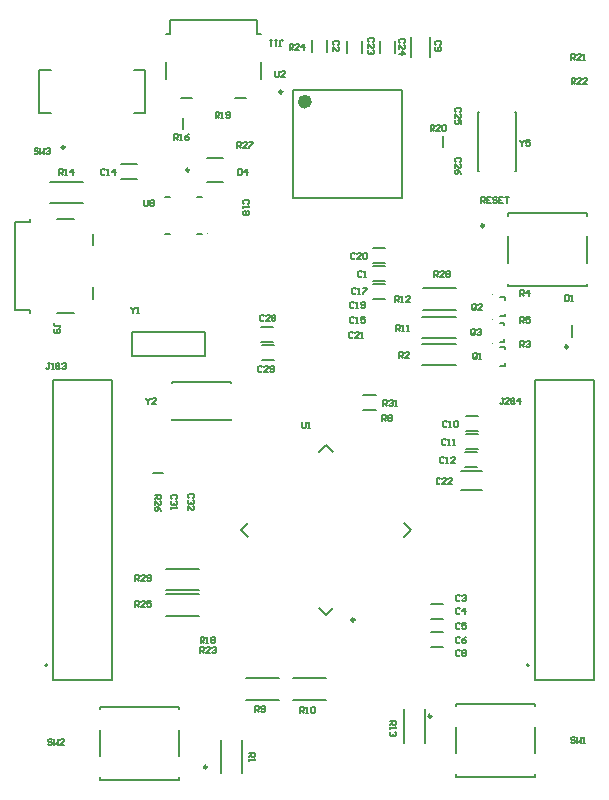
<source format=gto>
G04*
G04 #@! TF.GenerationSoftware,Altium Limited,Altium Designer,24.1.2 (44)*
G04*
G04 Layer_Color=65535*
%FSLAX25Y25*%
%MOIN*%
G70*
G04*
G04 #@! TF.SameCoordinates,0CAF675C-D5BD-4F57-B94F-0EABEFC4C8CF*
G04*
G04*
G04 #@! TF.FilePolarity,Positive*
G04*
G01*
G75*
%ADD10C,0.00984*%
%ADD11C,0.00394*%
%ADD12C,0.02362*%
%ADD13C,0.00787*%
%ADD14C,0.00500*%
%ADD15C,0.00591*%
D10*
X109540Y58573D02*
G03*
X109540Y58573I-492J0D01*
G01*
X85492Y234594D02*
G03*
X85492Y234594I-492J0D01*
G01*
X12901Y216071D02*
G03*
X12901Y216071I-492J0D01*
G01*
X60343Y9528D02*
G03*
X60343Y9528I-492J0D01*
G01*
X135142Y26472D02*
G03*
X135142Y26472I-492J0D01*
G01*
X152642Y189972D02*
G03*
X152642Y189972I-492J0D01*
G01*
X54437Y208500D02*
G03*
X54437Y208500I-492J0D01*
G01*
X180677Y149610D02*
G03*
X180677Y149610I-492J0D01*
G01*
D11*
X60472Y187299D02*
G03*
X60472Y187299I-197J0D01*
G01*
X155600Y158744D02*
G03*
X155600Y158744I-197J0D01*
G01*
X155699Y167213D02*
G03*
X155699Y167213I-197J0D01*
G01*
Y150713D02*
G03*
X155699Y150713I-197J0D01*
G01*
D12*
X94153Y231346D02*
G03*
X94153Y231346I-1181J0D01*
G01*
D13*
X167689Y43500D02*
G03*
X167689Y43500I-394J0D01*
G01*
X7189D02*
G03*
X7189Y43500I-394J0D01*
G01*
X97703Y62401D02*
X100000Y60104D01*
X71604Y88500D02*
X73901Y86203D01*
X97703Y114599D02*
X100000Y116896D01*
X71604Y88500D02*
X73901Y90797D01*
X126099D02*
X128396Y88500D01*
X100000Y116896D02*
X102297Y114599D01*
X126099Y86203D02*
X128396Y88500D01*
X100000Y60104D02*
X102297Y62401D01*
X100500Y248032D02*
Y251969D01*
X95500Y248032D02*
Y251969D01*
X35295Y146563D02*
Y154437D01*
Y146563D02*
X59705D01*
Y154437D01*
X35295D02*
X59705D01*
X57028Y187299D02*
X58701D01*
X46299D02*
X47972D01*
X57028Y199701D02*
X58701D01*
X46299D02*
X47972D01*
X89035Y199063D02*
Y235283D01*
X125256Y199063D02*
Y235283D01*
X89035D02*
X125256D01*
X89035Y199063D02*
X125256D01*
X4441Y241760D02*
X8378D01*
X4441Y227587D02*
Y241760D01*
Y227587D02*
X8378D01*
X35937Y241760D02*
X39874D01*
X35937Y227587D02*
X39874D01*
Y241760D01*
X24811Y5295D02*
X51189D01*
X24811Y28819D02*
Y29705D01*
Y13071D02*
Y21929D01*
Y5295D02*
Y6181D01*
Y29705D02*
X51189D01*
Y28819D02*
Y29705D01*
Y13071D02*
Y21929D01*
Y5295D02*
Y6181D01*
X143311Y30705D02*
X169689D01*
Y6295D02*
Y7181D01*
Y14071D02*
Y22929D01*
Y29819D02*
Y30705D01*
X143311Y6295D02*
X169689D01*
X143311D02*
Y7181D01*
Y14071D02*
Y22929D01*
Y29819D02*
Y30705D01*
X160811Y193319D02*
Y194205D01*
Y177571D02*
Y186429D01*
Y169795D02*
Y170681D01*
Y169795D02*
X187189D01*
Y193319D02*
Y194205D01*
Y177571D02*
Y186429D01*
Y169795D02*
Y170681D01*
X160811Y194205D02*
X187189D01*
X112415Y128441D02*
X116549D01*
X112415Y133559D02*
X116549D01*
X46708Y68433D02*
X57780D01*
X46708Y75567D02*
X57780D01*
X42228Y107500D02*
X45772D01*
X46708Y59933D02*
X57780D01*
X46708Y67067D02*
X57780D01*
X139146Y216228D02*
Y219772D01*
X52354Y222228D02*
Y225772D01*
X7964Y204567D02*
X19036D01*
X7964Y197433D02*
X19036D01*
X133067Y17708D02*
Y28780D01*
X125933Y17708D02*
Y28780D01*
X132209Y169067D02*
X143280D01*
X132209Y161933D02*
X143280D01*
X132208Y159567D02*
X143280D01*
X132208Y152433D02*
X143280D01*
X88964Y39067D02*
X100036D01*
X88964Y31933D02*
X100036D01*
X73209D02*
X84280D01*
X73209Y39067D02*
X84280D01*
X132208Y150567D02*
X143280D01*
X132208Y143433D02*
X143280D01*
X64933Y7464D02*
Y18536D01*
X72067Y7464D02*
Y18536D01*
X159526Y151350D02*
Y152224D01*
Y156776D02*
Y157650D01*
X157901Y151350D02*
X159526D01*
X157901Y157650D02*
X159526D01*
X159624Y159819D02*
Y160693D01*
Y165244D02*
Y166118D01*
X158000Y159819D02*
X159624D01*
X158000Y166118D02*
X159624D01*
Y143319D02*
Y144193D01*
Y148744D02*
Y149618D01*
X158000Y143319D02*
X159624D01*
X158000Y149618D02*
X159624D01*
X60244Y212437D02*
X65756D01*
X60244Y204563D02*
X65756D01*
X182154Y152846D02*
Y156808D01*
X78606Y145075D02*
X82543D01*
X78606Y150075D02*
X82543D01*
X78531Y151075D02*
X82468D01*
X78531Y156075D02*
X82468D01*
X118000Y247532D02*
Y251469D01*
X123000Y247532D02*
Y251469D01*
X107000Y247532D02*
Y251469D01*
X112000Y247532D02*
Y251469D01*
X145055Y101752D02*
X151945D01*
X145055Y108248D02*
X151945D01*
X115606Y182417D02*
X119543D01*
X115606Y177417D02*
X119543D01*
X115606Y170417D02*
X119543D01*
X115606Y165417D02*
X119543D01*
X31862Y210500D02*
X37138D01*
X31862Y205500D02*
X37138D01*
X146531Y109500D02*
X150468D01*
X146531Y114500D02*
X150468D01*
X146606Y115500D02*
X150543D01*
X146606Y120500D02*
X150543D01*
X146606Y121500D02*
X150543D01*
X146606Y126500D02*
X150543D01*
X128252Y246055D02*
Y252945D01*
X134748Y246055D02*
Y252945D01*
X135032Y54500D02*
X138969D01*
X135032Y49500D02*
X138969D01*
X134957Y59000D02*
X138894D01*
X134957Y64000D02*
X138894D01*
X115606Y176417D02*
X119543D01*
X115606Y171417D02*
X119543D01*
D14*
X163299Y208157D02*
Y227843D01*
X150701Y208157D02*
Y227843D01*
X162984Y208157D02*
X163299D01*
X150701D02*
X151016D01*
X162984Y227843D02*
X163299D01*
X150701D02*
X151016D01*
X48784Y125201D02*
Y125516D01*
Y137484D02*
Y137799D01*
X68469Y125201D02*
Y125516D01*
Y137484D02*
Y137799D01*
X48784Y125201D02*
X68469D01*
X48784Y137799D02*
X68469D01*
X169657Y38500D02*
X189343D01*
X169657D02*
Y138500D01*
X189343D01*
Y38500D02*
Y138500D01*
X28843Y38500D02*
Y138500D01*
X9157D02*
X28843D01*
X9157Y38500D02*
Y138500D01*
Y38500D02*
X28843D01*
D15*
X77067Y253768D02*
X78248D01*
X77067D02*
Y258492D01*
X47933D02*
X77067D01*
X47933Y253768D02*
Y258492D01*
X46752Y253768D02*
X47933D01*
X78248Y238807D02*
Y244516D01*
X46752Y238807D02*
Y244516D01*
X69587Y232508D02*
X73327D01*
X51673D02*
X55413D01*
X22492Y165673D02*
Y169413D01*
Y183587D02*
Y187327D01*
X10484Y160752D02*
X16193D01*
X10484Y192248D02*
X16193D01*
X1232Y160752D02*
Y161933D01*
X-3492D02*
X1232D01*
X-3492D02*
Y191067D01*
X1232D01*
Y192248D01*
X92188Y124484D02*
Y122844D01*
X92516Y122516D01*
X93172D01*
X93500Y122844D01*
Y124484D01*
X94156Y122516D02*
X94812D01*
X94484D01*
Y124484D01*
X94156Y124156D01*
X181704Y245170D02*
Y247137D01*
X182688D01*
X183016Y246810D01*
Y246154D01*
X182688Y245826D01*
X181704D01*
X182360D02*
X183016Y245170D01*
X184984D02*
X183672D01*
X184984Y246482D01*
Y246810D01*
X184656Y247137D01*
X184000D01*
X183672Y246810D01*
X185640Y245170D02*
X186296D01*
X185968D01*
Y247137D01*
X185640Y246810D01*
X181876Y237363D02*
Y239330D01*
X182860D01*
X183188Y239002D01*
Y238346D01*
X182860Y238018D01*
X181876D01*
X182532D02*
X183188Y237363D01*
X185156D02*
X183844D01*
X185156Y238674D01*
Y239002D01*
X184828Y239330D01*
X184172D01*
X183844Y239002D01*
X187124Y237363D02*
X185812D01*
X187124Y238674D01*
Y239002D01*
X186796Y239330D01*
X186140D01*
X185812Y239002D01*
X87876Y248516D02*
Y250484D01*
X88860D01*
X89188Y250156D01*
Y249500D01*
X88860Y249172D01*
X87876D01*
X88532D02*
X89188Y248516D01*
X91156D02*
X89844D01*
X91156Y249828D01*
Y250156D01*
X90828Y250484D01*
X90172D01*
X89844Y250156D01*
X92796Y248516D02*
Y250484D01*
X91812Y249500D01*
X93124D01*
X104156Y250328D02*
X104484Y250656D01*
Y251312D01*
X104156Y251640D01*
X102844D01*
X102516Y251312D01*
Y250656D01*
X102844Y250328D01*
X102516Y248360D02*
Y249672D01*
X103828Y248360D01*
X104156D01*
X104484Y248688D01*
Y249344D01*
X104156Y249672D01*
X164860Y218484D02*
Y218156D01*
X165516Y217500D01*
X166172Y218156D01*
Y218484D01*
X165516Y217500D02*
Y216516D01*
X168140Y218484D02*
X166828D01*
Y217500D01*
X167484Y217828D01*
X167812D01*
X168140Y217500D01*
Y216844D01*
X167812Y216516D01*
X167156D01*
X166828Y216844D01*
X40112Y132484D02*
Y132156D01*
X40768Y131500D01*
X41424Y132156D01*
Y132484D01*
X40768Y131500D02*
Y130516D01*
X43392D02*
X42080D01*
X43392Y131828D01*
Y132156D01*
X43064Y132484D01*
X42408D01*
X42080Y132156D01*
X35100Y162768D02*
Y162440D01*
X35756Y161784D01*
X36412Y162440D01*
Y162768D01*
X35756Y161784D02*
Y160800D01*
X37068D02*
X37724D01*
X37396D01*
Y162768D01*
X37068Y162440D01*
X39360Y198484D02*
Y196844D01*
X39688Y196516D01*
X40344D01*
X40672Y196844D01*
Y198484D01*
X41328Y198156D02*
X41656Y198484D01*
X42312D01*
X42640Y198156D01*
Y197828D01*
X42312Y197500D01*
X42640Y197172D01*
Y196844D01*
X42312Y196516D01*
X41656D01*
X41328Y196844D01*
Y197172D01*
X41656Y197500D01*
X41328Y197828D01*
Y198156D01*
X41656Y197500D02*
X42312D01*
X83151Y241515D02*
Y239876D01*
X83479Y239547D01*
X84135D01*
X84463Y239876D01*
Y241515D01*
X86431Y239547D02*
X85119D01*
X86431Y240859D01*
Y241187D01*
X86103Y241515D01*
X85447D01*
X85119Y241187D01*
X4188Y215656D02*
X3860Y215984D01*
X3204D01*
X2876Y215656D01*
Y215328D01*
X3204Y215000D01*
X3860D01*
X4188Y214672D01*
Y214344D01*
X3860Y214016D01*
X3204D01*
X2876Y214344D01*
X4844Y215984D02*
Y214016D01*
X5500Y214672D01*
X6156Y214016D01*
Y215984D01*
X6812Y215656D02*
X7140Y215984D01*
X7796D01*
X8124Y215656D01*
Y215328D01*
X7796Y215000D01*
X7468D01*
X7796D01*
X8124Y214672D01*
Y214344D01*
X7796Y214016D01*
X7140D01*
X6812Y214344D01*
X8688Y18656D02*
X8360Y18984D01*
X7704D01*
X7376Y18656D01*
Y18328D01*
X7704Y18000D01*
X8360D01*
X8688Y17672D01*
Y17344D01*
X8360Y17016D01*
X7704D01*
X7376Y17344D01*
X9344Y18984D02*
Y17016D01*
X10000Y17672D01*
X10656Y17016D01*
Y18984D01*
X12624Y17016D02*
X11312D01*
X12624Y18328D01*
Y18656D01*
X12296Y18984D01*
X11640D01*
X11312Y18656D01*
X183016Y19156D02*
X182688Y19484D01*
X182032D01*
X181704Y19156D01*
Y18828D01*
X182032Y18500D01*
X182688D01*
X183016Y18172D01*
Y17844D01*
X182688Y17516D01*
X182032D01*
X181704Y17844D01*
X183672Y19484D02*
Y17516D01*
X184328Y18172D01*
X184984Y17516D01*
Y19484D01*
X185640Y17516D02*
X186296D01*
X185968D01*
Y19484D01*
X185640Y19156D01*
X151800Y197600D02*
Y199568D01*
X152784D01*
X153112Y199240D01*
Y198584D01*
X152784Y198256D01*
X151800D01*
X152456D02*
X153112Y197600D01*
X155080Y199568D02*
X153768D01*
Y197600D01*
X155080D01*
X153768Y198584D02*
X154424D01*
X157048Y199240D02*
X156720Y199568D01*
X156064D01*
X155736Y199240D01*
Y198912D01*
X156064Y198584D01*
X156720D01*
X157048Y198256D01*
Y197928D01*
X156720Y197600D01*
X156064D01*
X155736Y197928D01*
X159016Y199568D02*
X157704D01*
Y197600D01*
X159016D01*
X157704Y198584D02*
X158360D01*
X159671Y199568D02*
X160983D01*
X160327D01*
Y197600D01*
X119204Y130016D02*
Y131984D01*
X120188D01*
X120516Y131656D01*
Y131000D01*
X120188Y130672D01*
X119204D01*
X119860D02*
X120516Y130016D01*
X121172Y131656D02*
X121500Y131984D01*
X122156D01*
X122484Y131656D01*
Y131328D01*
X122156Y131000D01*
X121828D01*
X122156D01*
X122484Y130672D01*
Y130344D01*
X122156Y130016D01*
X121500D01*
X121172Y130344D01*
X123140Y130016D02*
X123796D01*
X123468D01*
Y131984D01*
X123140Y131656D01*
X36376Y71516D02*
Y73484D01*
X37360D01*
X37688Y73156D01*
Y72500D01*
X37360Y72172D01*
X36376D01*
X37032D02*
X37688Y71516D01*
X39656D02*
X38344D01*
X39656Y72828D01*
Y73156D01*
X39328Y73484D01*
X38672D01*
X38344Y73156D01*
X40312Y71844D02*
X40640Y71516D01*
X41296D01*
X41624Y71844D01*
Y73156D01*
X41296Y73484D01*
X40640D01*
X40312Y73156D01*
Y72828D01*
X40640Y72500D01*
X41624D01*
X136203Y173016D02*
Y174984D01*
X137187D01*
X137515Y174656D01*
Y174000D01*
X137187Y173672D01*
X136203D01*
X136859D02*
X137515Y173016D01*
X139483D02*
X138171D01*
X139483Y174328D01*
Y174656D01*
X139155Y174984D01*
X138499D01*
X138171Y174656D01*
X140139D02*
X140467Y174984D01*
X141123D01*
X141451Y174656D01*
Y174328D01*
X141123Y174000D01*
X141451Y173672D01*
Y173344D01*
X141123Y173016D01*
X140467D01*
X140139Y173344D01*
Y173672D01*
X140467Y174000D01*
X140139Y174328D01*
Y174656D01*
X140467Y174000D02*
X141123D01*
X70376Y216016D02*
Y217984D01*
X71360D01*
X71688Y217656D01*
Y217000D01*
X71360Y216672D01*
X70376D01*
X71032D02*
X71688Y216016D01*
X73656D02*
X72344D01*
X73656Y217328D01*
Y217656D01*
X73328Y217984D01*
X72672D01*
X72344Y217656D01*
X74312Y217984D02*
X75624D01*
Y217656D01*
X74312Y216344D01*
Y216016D01*
X43016Y100124D02*
X44984D01*
Y99140D01*
X44656Y98812D01*
X44000D01*
X43672Y99140D01*
Y100124D01*
Y99468D02*
X43016Y98812D01*
Y96844D02*
Y98156D01*
X44328Y96844D01*
X44656D01*
X44984Y97172D01*
Y97828D01*
X44656Y98156D01*
X44984Y94876D02*
X44656Y95532D01*
X44000Y96188D01*
X43344D01*
X43016Y95860D01*
Y95204D01*
X43344Y94876D01*
X43672D01*
X44000Y95204D01*
Y96188D01*
X36376Y63016D02*
Y64984D01*
X37360D01*
X37688Y64656D01*
Y64000D01*
X37360Y63672D01*
X36376D01*
X37032D02*
X37688Y63016D01*
X39656D02*
X38344D01*
X39656Y64328D01*
Y64656D01*
X39328Y64984D01*
X38672D01*
X38344Y64656D01*
X41624Y64984D02*
X40312D01*
Y64000D01*
X40968Y64328D01*
X41296D01*
X41624Y64000D01*
Y63344D01*
X41296Y63016D01*
X40640D01*
X40312Y63344D01*
X134876Y221516D02*
Y223484D01*
X135860D01*
X136188Y223156D01*
Y222500D01*
X135860Y222172D01*
X134876D01*
X135532D02*
X136188Y221516D01*
X138156D02*
X136844D01*
X138156Y222828D01*
Y223156D01*
X137828Y223484D01*
X137172D01*
X136844Y223156D01*
X138812D02*
X139140Y223484D01*
X139796D01*
X140124Y223156D01*
Y221844D01*
X139796Y221516D01*
X139140D01*
X138812Y221844D01*
Y223156D01*
X63213Y226016D02*
Y227984D01*
X64197D01*
X64525Y227656D01*
Y227000D01*
X64197Y226672D01*
X63213D01*
X63869D02*
X64525Y226016D01*
X65181D02*
X65837D01*
X65509D01*
Y227984D01*
X65181Y227656D01*
X66821Y226344D02*
X67149Y226016D01*
X67805D01*
X68133Y226344D01*
Y227656D01*
X67805Y227984D01*
X67149D01*
X66821Y227656D01*
Y227328D01*
X67149Y227000D01*
X68133D01*
X49540Y218516D02*
Y220484D01*
X50524D01*
X50852Y220156D01*
Y219500D01*
X50524Y219172D01*
X49540D01*
X50196D02*
X50852Y218516D01*
X51508D02*
X52164D01*
X51836D01*
Y220484D01*
X51508Y220156D01*
X54460Y220484D02*
X53804Y220156D01*
X53148Y219500D01*
Y218844D01*
X53476Y218516D01*
X54132D01*
X54460Y218844D01*
Y219172D01*
X54132Y219500D01*
X53148D01*
X11040Y207016D02*
Y208984D01*
X12024D01*
X12352Y208656D01*
Y208000D01*
X12024Y207672D01*
X11040D01*
X11696D02*
X12352Y207016D01*
X13008D02*
X13664D01*
X13336D01*
Y208984D01*
X13008Y208656D01*
X15632Y207016D02*
Y208984D01*
X14648Y208000D01*
X15960D01*
X121516Y24960D02*
X123484D01*
Y23976D01*
X123156Y23648D01*
X122500D01*
X122172Y23976D01*
Y24960D01*
Y24304D02*
X121516Y23648D01*
Y22992D02*
Y22336D01*
Y22664D01*
X123484D01*
X123156Y22992D01*
Y21352D02*
X123484Y21024D01*
Y20368D01*
X123156Y20040D01*
X122828D01*
X122500Y20368D01*
Y20696D01*
Y20368D01*
X122172Y20040D01*
X121844D01*
X121516Y20368D01*
Y21024D01*
X121844Y21352D01*
X123040Y164516D02*
Y166484D01*
X124024D01*
X124352Y166156D01*
Y165500D01*
X124024Y165172D01*
X123040D01*
X123696D02*
X124352Y164516D01*
X125008D02*
X125664D01*
X125336D01*
Y166484D01*
X125008Y166156D01*
X127960Y164516D02*
X126648D01*
X127960Y165828D01*
Y166156D01*
X127632Y166484D01*
X126976D01*
X126648Y166156D01*
X123368Y155016D02*
Y156984D01*
X124352D01*
X124680Y156656D01*
Y156000D01*
X124352Y155672D01*
X123368D01*
X124024D02*
X124680Y155016D01*
X125336D02*
X125992D01*
X125664D01*
Y156984D01*
X125336Y156656D01*
X126976Y155016D02*
X127632D01*
X127304D01*
Y156984D01*
X126976Y156656D01*
X91333Y27445D02*
Y29413D01*
X92317D01*
X92645Y29085D01*
Y28429D01*
X92317Y28101D01*
X91333D01*
X91989D02*
X92645Y27445D01*
X93301D02*
X93957D01*
X93629D01*
Y29413D01*
X93301Y29085D01*
X94941D02*
X95269Y29413D01*
X95925D01*
X96253Y29085D01*
Y27773D01*
X95925Y27445D01*
X95269D01*
X94941Y27773D01*
Y29085D01*
X76323Y27799D02*
Y29766D01*
X77307D01*
X77635Y29438D01*
Y28782D01*
X77307Y28455D01*
X76323D01*
X76979D02*
X77635Y27799D01*
X78291Y28126D02*
X78619Y27799D01*
X79275D01*
X79603Y28126D01*
Y29438D01*
X79275Y29766D01*
X78619D01*
X78291Y29438D01*
Y29111D01*
X78619Y28782D01*
X79603D01*
X118860Y125016D02*
Y126984D01*
X119844D01*
X120172Y126656D01*
Y126000D01*
X119844Y125672D01*
X118860D01*
X119516D02*
X120172Y125016D01*
X120828Y126656D02*
X121156Y126984D01*
X121812D01*
X122140Y126656D01*
Y126328D01*
X121812Y126000D01*
X122140Y125672D01*
Y125344D01*
X121812Y125016D01*
X121156D01*
X120828Y125344D01*
Y125672D01*
X121156Y126000D01*
X120828Y126328D01*
Y126656D01*
X121156Y126000D02*
X121812D01*
X164860Y157516D02*
Y159484D01*
X165844D01*
X166172Y159156D01*
Y158500D01*
X165844Y158172D01*
X164860D01*
X165516D02*
X166172Y157516D01*
X168140Y159484D02*
X166828D01*
Y158500D01*
X167484Y158828D01*
X167812D01*
X168140Y158500D01*
Y157844D01*
X167812Y157516D01*
X167156D01*
X166828Y157844D01*
X164860Y166516D02*
Y168484D01*
X165844D01*
X166172Y168156D01*
Y167500D01*
X165844Y167172D01*
X164860D01*
X165516D02*
X166172Y166516D01*
X167812D02*
Y168484D01*
X166828Y167500D01*
X168140D01*
X164860Y149516D02*
Y151484D01*
X165844D01*
X166172Y151156D01*
Y150500D01*
X165844Y150172D01*
X164860D01*
X165516D02*
X166172Y149516D01*
X166828Y151156D02*
X167156Y151484D01*
X167812D01*
X168140Y151156D01*
Y150828D01*
X167812Y150500D01*
X167484D01*
X167812D01*
X168140Y150172D01*
Y149844D01*
X167812Y149516D01*
X167156D01*
X166828Y149844D01*
X124360Y146016D02*
Y147984D01*
X125344D01*
X125672Y147656D01*
Y147000D01*
X125344Y146672D01*
X124360D01*
X125016D02*
X125672Y146016D01*
X127640D02*
X126328D01*
X127640Y147328D01*
Y147656D01*
X127312Y147984D01*
X126656D01*
X126328Y147656D01*
X74516Y14312D02*
X76484D01*
Y13328D01*
X76156Y13000D01*
X75500D01*
X75172Y13328D01*
Y14312D01*
Y13656D02*
X74516Y13000D01*
Y12344D02*
Y11688D01*
Y12016D01*
X76484D01*
X76156Y12344D01*
X149672Y153844D02*
Y155156D01*
X149344Y155484D01*
X148688D01*
X148360Y155156D01*
Y153844D01*
X148688Y153516D01*
X149344D01*
X149016Y154172D02*
X149672Y153516D01*
X149344D02*
X149672Y153844D01*
X150328Y155156D02*
X150656Y155484D01*
X151312D01*
X151640Y155156D01*
Y154828D01*
X151312Y154500D01*
X150984D01*
X151312D01*
X151640Y154172D01*
Y153844D01*
X151312Y153516D01*
X150656D01*
X150328Y153844D01*
X150172Y162344D02*
Y163656D01*
X149844Y163984D01*
X149188D01*
X148860Y163656D01*
Y162344D01*
X149188Y162016D01*
X149844D01*
X149516Y162672D02*
X150172Y162016D01*
X149844D02*
X150172Y162344D01*
X152140Y162016D02*
X150828D01*
X152140Y163328D01*
Y163656D01*
X151812Y163984D01*
X151156D01*
X150828Y163656D01*
X150500Y145844D02*
Y147156D01*
X150172Y147484D01*
X149516D01*
X149188Y147156D01*
Y145844D01*
X149516Y145516D01*
X150172D01*
X149844Y146172D02*
X150500Y145516D01*
X150172D02*
X150500Y145844D01*
X151156Y145516D02*
X151812D01*
X151484D01*
Y147484D01*
X151156Y147156D01*
X84320Y250016D02*
X84976D01*
X84648D01*
Y251656D01*
X84976Y251984D01*
X85304D01*
X85632Y251656D01*
X83664Y251984D02*
X83008D01*
X83336D01*
Y250016D01*
X83664Y250344D01*
X82024Y251984D02*
X81368D01*
X81696D01*
Y250016D01*
X82024Y250344D01*
X11484Y156328D02*
Y156984D01*
Y156656D01*
X9844D01*
X9516Y156984D01*
Y157312D01*
X9844Y157640D01*
Y155672D02*
X9516Y155344D01*
Y154688D01*
X9844Y154360D01*
X11156D01*
X11484Y154688D01*
Y155344D01*
X11156Y155672D01*
X10828D01*
X10500Y155344D01*
Y154360D01*
X159204Y132484D02*
X158548D01*
X158876D01*
Y130844D01*
X158548Y130516D01*
X158220D01*
X157892Y130844D01*
X161172Y130516D02*
X159860D01*
X161172Y131828D01*
Y132156D01*
X160844Y132484D01*
X160188D01*
X159860Y132156D01*
X163140Y130516D02*
X162812Y130844D01*
X162484Y130516D01*
X162156D01*
X161828Y130844D01*
Y131172D01*
X162156Y131500D01*
X161828Y131828D01*
Y132156D01*
X162156Y132484D01*
X162484D01*
X162812Y132156D01*
Y131828D01*
X162484Y131500D01*
X162812Y131172D01*
Y130844D01*
X163140Y131500D02*
X162812Y131172D01*
X162156Y131500D02*
X162484D01*
X164780Y130516D02*
Y132484D01*
X163796Y131500D01*
X165108D01*
X7912Y144168D02*
X7256D01*
X7584D01*
Y142528D01*
X7256Y142200D01*
X6928D01*
X6600Y142528D01*
X8568Y142200D02*
X9224D01*
X8896D01*
Y144168D01*
X8568Y143840D01*
X11520Y142200D02*
X11192Y142528D01*
X10864Y142200D01*
X10536D01*
X10208Y142528D01*
Y142856D01*
X10536Y143184D01*
X10208Y143512D01*
Y143840D01*
X10536Y144168D01*
X10864D01*
X11192Y143840D01*
Y143512D01*
X10864Y143184D01*
X11192Y142856D01*
Y142528D01*
X11520Y143184D02*
X11192Y142856D01*
X10536Y143184D02*
X10864D01*
X12176Y143840D02*
X12504Y144168D01*
X13160D01*
X13487Y143840D01*
Y143512D01*
X13160Y143184D01*
X12832D01*
X13160D01*
X13487Y142856D01*
Y142528D01*
X13160Y142200D01*
X12504D01*
X12176Y142528D01*
X70860Y208984D02*
Y207016D01*
X71844D01*
X72172Y207344D01*
Y208656D01*
X71844Y208984D01*
X70860D01*
X73812Y207016D02*
Y208984D01*
X72828Y208000D01*
X74140D01*
X179800Y166768D02*
Y164800D01*
X180784D01*
X181112Y165128D01*
Y166440D01*
X180784Y166768D01*
X179800D01*
X181768Y164800D02*
X182424D01*
X182096D01*
Y166768D01*
X181768Y166440D01*
X55656Y99312D02*
X55984Y99640D01*
Y100296D01*
X55656Y100624D01*
X54344D01*
X54016Y100296D01*
Y99640D01*
X54344Y99312D01*
X55656Y98656D02*
X55984Y98328D01*
Y97672D01*
X55656Y97344D01*
X55328D01*
X55000Y97672D01*
Y98000D01*
Y97672D01*
X54672Y97344D01*
X54344D01*
X54016Y97672D01*
Y98328D01*
X54344Y98656D01*
X54016Y95376D02*
Y96688D01*
X55328Y95376D01*
X55656D01*
X55984Y95704D01*
Y96360D01*
X55656Y96688D01*
X50156Y98984D02*
X50484Y99312D01*
Y99968D01*
X50156Y100296D01*
X48844D01*
X48516Y99968D01*
Y99312D01*
X48844Y98984D01*
X50156Y98328D02*
X50484Y98000D01*
Y97344D01*
X50156Y97016D01*
X49828D01*
X49500Y97344D01*
Y97672D01*
Y97344D01*
X49172Y97016D01*
X48844D01*
X48516Y97344D01*
Y98000D01*
X48844Y98328D01*
X48516Y96360D02*
Y95704D01*
Y96032D01*
X50484D01*
X50156Y96360D01*
X78763Y142731D02*
X78435Y143059D01*
X77779D01*
X77451Y142731D01*
Y141419D01*
X77779Y141091D01*
X78435D01*
X78763Y141419D01*
X80731Y141091D02*
X79419D01*
X80731Y142403D01*
Y142731D01*
X80403Y143059D01*
X79747D01*
X79419Y142731D01*
X81387Y141419D02*
X81715Y141091D01*
X82371D01*
X82699Y141419D01*
Y142731D01*
X82371Y143059D01*
X81715D01*
X81387Y142731D01*
Y142403D01*
X81715Y142075D01*
X82699D01*
X79263Y159731D02*
X78935Y160059D01*
X78279D01*
X77951Y159731D01*
Y158419D01*
X78279Y158091D01*
X78935D01*
X79263Y158419D01*
X81231Y158091D02*
X79919D01*
X81231Y159403D01*
Y159731D01*
X80903Y160059D01*
X80247D01*
X79919Y159731D01*
X81887D02*
X82215Y160059D01*
X82871D01*
X83199Y159731D01*
Y159403D01*
X82871Y159075D01*
X83199Y158747D01*
Y158419D01*
X82871Y158091D01*
X82215D01*
X81887Y158419D01*
Y158747D01*
X82215Y159075D01*
X81887Y159403D01*
Y159731D01*
X82215Y159075D02*
X82871D01*
X144656Y211312D02*
X144984Y211640D01*
Y212296D01*
X144656Y212624D01*
X143344D01*
X143016Y212296D01*
Y211640D01*
X143344Y211312D01*
X143016Y209344D02*
Y210656D01*
X144328Y209344D01*
X144656D01*
X144984Y209672D01*
Y210328D01*
X144656Y210656D01*
X144984Y207376D02*
X144656Y208032D01*
X144000Y208688D01*
X143344D01*
X143016Y208360D01*
Y207704D01*
X143344Y207376D01*
X143672D01*
X144000Y207704D01*
Y208688D01*
X144656Y227812D02*
X144984Y228140D01*
Y228796D01*
X144656Y229124D01*
X143344D01*
X143016Y228796D01*
Y228140D01*
X143344Y227812D01*
X143016Y225844D02*
Y227156D01*
X144328Y225844D01*
X144656D01*
X144984Y226172D01*
Y226828D01*
X144656Y227156D01*
X144984Y223876D02*
Y225188D01*
X144000D01*
X144328Y224532D01*
Y224204D01*
X144000Y223876D01*
X143344D01*
X143016Y224204D01*
Y224860D01*
X143344Y225188D01*
X126156Y250812D02*
X126484Y251140D01*
Y251796D01*
X126156Y252124D01*
X124844D01*
X124516Y251796D01*
Y251140D01*
X124844Y250812D01*
X124516Y248844D02*
Y250156D01*
X125828Y248844D01*
X126156D01*
X126484Y249172D01*
Y249828D01*
X126156Y250156D01*
X124516Y247204D02*
X126484D01*
X125500Y248188D01*
Y246876D01*
X115656Y251312D02*
X115984Y251640D01*
Y252296D01*
X115656Y252624D01*
X114344D01*
X114016Y252296D01*
Y251640D01*
X114344Y251312D01*
X114016Y249344D02*
Y250656D01*
X115328Y249344D01*
X115656D01*
X115984Y249672D01*
Y250328D01*
X115656Y250656D01*
Y248688D02*
X115984Y248360D01*
Y247704D01*
X115656Y247376D01*
X115328D01*
X115000Y247704D01*
Y248032D01*
Y247704D01*
X114672Y247376D01*
X114344D01*
X114016Y247704D01*
Y248360D01*
X114344Y248688D01*
X138188Y105656D02*
X137860Y105984D01*
X137204D01*
X136876Y105656D01*
Y104344D01*
X137204Y104016D01*
X137860D01*
X138188Y104344D01*
X140156Y104016D02*
X138844D01*
X140156Y105328D01*
Y105656D01*
X139828Y105984D01*
X139172D01*
X138844Y105656D01*
X142124Y104016D02*
X140812D01*
X142124Y105328D01*
Y105656D01*
X141796Y105984D01*
X141140D01*
X140812Y105656D01*
X109020Y154073D02*
X108692Y154401D01*
X108036D01*
X107708Y154073D01*
Y152761D01*
X108036Y152434D01*
X108692D01*
X109020Y152761D01*
X110988Y152434D02*
X109676D01*
X110988Y153745D01*
Y154073D01*
X110660Y154401D01*
X110004D01*
X109676Y154073D01*
X111644Y152434D02*
X112300D01*
X111972D01*
Y154401D01*
X111644Y154073D01*
X109688Y180573D02*
X109360Y180901D01*
X108704D01*
X108376Y180573D01*
Y179261D01*
X108704Y178934D01*
X109360D01*
X109688Y179261D01*
X111656Y178934D02*
X110344D01*
X111656Y180245D01*
Y180573D01*
X111328Y180901D01*
X110672D01*
X110344Y180573D01*
X112312D02*
X112640Y180901D01*
X113296D01*
X113624Y180573D01*
Y179261D01*
X113296Y178934D01*
X112640D01*
X112312Y179261D01*
Y180573D01*
X109352Y164073D02*
X109024Y164401D01*
X108368D01*
X108040Y164073D01*
Y162761D01*
X108368Y162434D01*
X109024D01*
X109352Y162761D01*
X110008Y162434D02*
X110664D01*
X110336D01*
Y164401D01*
X110008Y164073D01*
X111648Y162761D02*
X111976Y162434D01*
X112632D01*
X112960Y162761D01*
Y164073D01*
X112632Y164401D01*
X111976D01*
X111648Y164073D01*
Y163745D01*
X111976Y163417D01*
X112960D01*
X74156Y197144D02*
X74484Y197472D01*
Y198128D01*
X74156Y198456D01*
X72844D01*
X72516Y198128D01*
Y197472D01*
X72844Y197144D01*
X72516Y196488D02*
Y195832D01*
Y196160D01*
X74484D01*
X74156Y196488D01*
Y194848D02*
X74484Y194520D01*
Y193864D01*
X74156Y193536D01*
X73828D01*
X73500Y193864D01*
X73172Y193536D01*
X72844D01*
X72516Y193864D01*
Y194520D01*
X72844Y194848D01*
X73172D01*
X73500Y194520D01*
X73828Y194848D01*
X74156D01*
X73500Y194520D02*
Y193864D01*
X110002Y168885D02*
X109674Y169213D01*
X109018D01*
X108690Y168885D01*
Y167573D01*
X109018Y167245D01*
X109674D01*
X110002Y167573D01*
X110658Y167245D02*
X111313D01*
X110986D01*
Y169213D01*
X110658Y168885D01*
X112297Y169213D02*
X113609D01*
Y168885D01*
X112297Y167573D01*
Y167245D01*
X109348Y159167D02*
X109020Y159495D01*
X108364D01*
X108036Y159167D01*
Y157855D01*
X108364Y157527D01*
X109020D01*
X109348Y157855D01*
X110004Y157527D02*
X110660D01*
X110332D01*
Y159495D01*
X110004Y159167D01*
X112956Y159495D02*
X111644D01*
Y158511D01*
X112300Y158839D01*
X112628D01*
X112956Y158511D01*
Y157855D01*
X112628Y157527D01*
X111972D01*
X111644Y157855D01*
X26427Y208656D02*
X26099Y208984D01*
X25443D01*
X25115Y208656D01*
Y207344D01*
X25443Y207016D01*
X26099D01*
X26427Y207344D01*
X27083Y207016D02*
X27739D01*
X27411D01*
Y208984D01*
X27083Y208656D01*
X29707Y207016D02*
Y208984D01*
X28723Y208000D01*
X30035D01*
X139352Y112656D02*
X139024Y112984D01*
X138368D01*
X138040Y112656D01*
Y111344D01*
X138368Y111016D01*
X139024D01*
X139352Y111344D01*
X140008Y111016D02*
X140664D01*
X140336D01*
Y112984D01*
X140008Y112656D01*
X142960Y111016D02*
X141648D01*
X142960Y112328D01*
Y112656D01*
X142632Y112984D01*
X141976D01*
X141648Y112656D01*
X140180Y118656D02*
X139852Y118984D01*
X139196D01*
X138868Y118656D01*
Y117344D01*
X139196Y117016D01*
X139852D01*
X140180Y117344D01*
X140836Y117016D02*
X141492D01*
X141164D01*
Y118984D01*
X140836Y118656D01*
X142476Y117016D02*
X143132D01*
X142804D01*
Y118984D01*
X142476Y118656D01*
X140352Y124656D02*
X140024Y124984D01*
X139368D01*
X139040Y124656D01*
Y123344D01*
X139368Y123016D01*
X140024D01*
X140352Y123344D01*
X141008Y123016D02*
X141664D01*
X141336D01*
Y124984D01*
X141008Y124656D01*
X142648D02*
X142976Y124984D01*
X143632D01*
X143960Y124656D01*
Y123344D01*
X143632Y123016D01*
X142976D01*
X142648Y123344D01*
Y124656D01*
X138156Y250328D02*
X138484Y250656D01*
Y251312D01*
X138156Y251640D01*
X136844D01*
X136516Y251312D01*
Y250656D01*
X136844Y250328D01*
Y249672D02*
X136516Y249344D01*
Y248688D01*
X136844Y248360D01*
X138156D01*
X138484Y248688D01*
Y249344D01*
X138156Y249672D01*
X137828D01*
X137500Y249344D01*
Y248360D01*
X144672Y48156D02*
X144344Y48484D01*
X143688D01*
X143360Y48156D01*
Y46844D01*
X143688Y46516D01*
X144344D01*
X144672Y46844D01*
X145328Y48156D02*
X145656Y48484D01*
X146312D01*
X146640Y48156D01*
Y47828D01*
X146312Y47500D01*
X146640Y47172D01*
Y46844D01*
X146312Y46516D01*
X145656D01*
X145328Y46844D01*
Y47172D01*
X145656Y47500D01*
X145328Y47828D01*
Y48156D01*
X145656Y47500D02*
X146312D01*
X144751Y52656D02*
X144423Y52984D01*
X143767D01*
X143439Y52656D01*
Y51344D01*
X143767Y51016D01*
X144423D01*
X144751Y51344D01*
X146719Y52984D02*
X146063Y52656D01*
X145407Y52000D01*
Y51344D01*
X145735Y51016D01*
X146391D01*
X146719Y51344D01*
Y51672D01*
X146391Y52000D01*
X145407D01*
X144672Y57156D02*
X144344Y57484D01*
X143688D01*
X143360Y57156D01*
Y55844D01*
X143688Y55516D01*
X144344D01*
X144672Y55844D01*
X146640Y57484D02*
X145328D01*
Y56500D01*
X145984Y56828D01*
X146312D01*
X146640Y56500D01*
Y55844D01*
X146312Y55516D01*
X145656D01*
X145328Y55844D01*
X144672Y62156D02*
X144344Y62484D01*
X143688D01*
X143360Y62156D01*
Y60844D01*
X143688Y60516D01*
X144344D01*
X144672Y60844D01*
X146312Y60516D02*
Y62484D01*
X145328Y61500D01*
X146640D01*
X144676Y66656D02*
X144348Y66984D01*
X143692D01*
X143364Y66656D01*
Y65344D01*
X143692Y65016D01*
X144348D01*
X144676Y65344D01*
X145332Y66656D02*
X145660Y66984D01*
X146316D01*
X146644Y66656D01*
Y66328D01*
X146316Y66000D01*
X145988D01*
X146316D01*
X146644Y65672D01*
Y65344D01*
X146316Y65016D01*
X145660D01*
X145332Y65344D01*
X112000Y174573D02*
X111672Y174901D01*
X111016D01*
X110688Y174573D01*
Y173261D01*
X111016Y172933D01*
X111672D01*
X112000Y173261D01*
X112656Y172933D02*
X113312D01*
X112984D01*
Y174901D01*
X112656Y174573D01*
X58049Y47516D02*
Y49484D01*
X59033D01*
X59361Y49156D01*
Y48500D01*
X59033Y48172D01*
X58049D01*
X58705D02*
X59361Y47516D01*
X61329D02*
X60017D01*
X61329Y48828D01*
Y49156D01*
X61001Y49484D01*
X60345D01*
X60017Y49156D01*
X61985D02*
X62313Y49484D01*
X62969D01*
X63297Y49156D01*
Y48828D01*
X62969Y48500D01*
X62641D01*
X62969D01*
X63297Y48172D01*
Y47844D01*
X62969Y47516D01*
X62313D01*
X61985Y47844D01*
X58213Y51016D02*
Y52984D01*
X59197D01*
X59525Y52656D01*
Y52000D01*
X59197Y51672D01*
X58213D01*
X58869D02*
X59525Y51016D01*
X60181D02*
X60837D01*
X60509D01*
Y52984D01*
X60181Y52656D01*
X61821D02*
X62149Y52984D01*
X62805D01*
X63133Y52656D01*
Y52328D01*
X62805Y52000D01*
X63133Y51672D01*
Y51344D01*
X62805Y51016D01*
X62149D01*
X61821Y51344D01*
Y51672D01*
X62149Y52000D01*
X61821Y52328D01*
Y52656D01*
X62149Y52000D02*
X62805D01*
M02*

</source>
